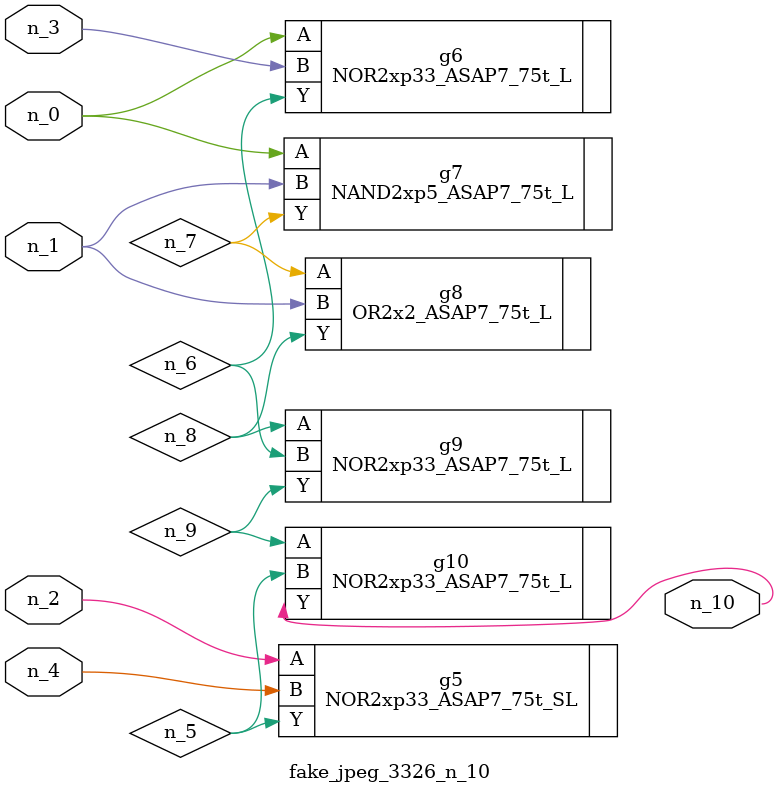
<source format=v>
module fake_jpeg_3326_n_10 (n_3, n_2, n_1, n_0, n_4, n_10);

input n_3;
input n_2;
input n_1;
input n_0;
input n_4;

output n_10;

wire n_8;
wire n_9;
wire n_6;
wire n_5;
wire n_7;

NOR2xp33_ASAP7_75t_SL g5 ( 
.A(n_2),
.B(n_4),
.Y(n_5)
);

NOR2xp33_ASAP7_75t_L g6 ( 
.A(n_0),
.B(n_3),
.Y(n_6)
);

NAND2xp5_ASAP7_75t_L g7 ( 
.A(n_0),
.B(n_1),
.Y(n_7)
);

OR2x2_ASAP7_75t_L g8 ( 
.A(n_7),
.B(n_1),
.Y(n_8)
);

NOR2xp33_ASAP7_75t_L g9 ( 
.A(n_8),
.B(n_6),
.Y(n_9)
);

NOR2xp33_ASAP7_75t_L g10 ( 
.A(n_9),
.B(n_5),
.Y(n_10)
);


endmodule
</source>
